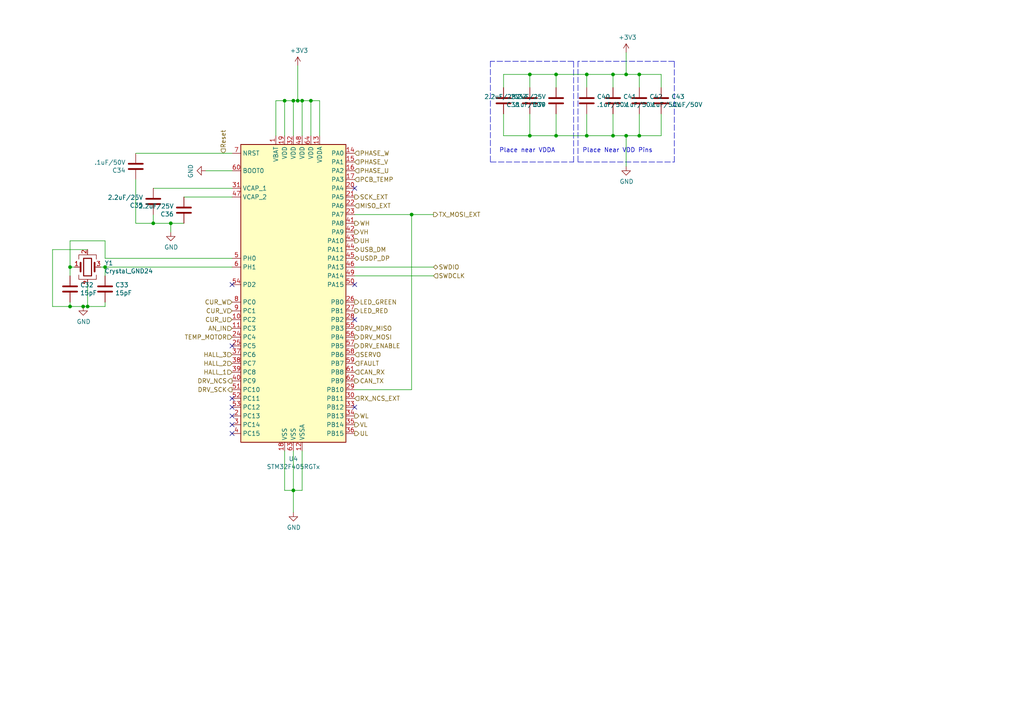
<source format=kicad_sch>
(kicad_sch (version 20211123) (generator eeschema)
  (paper "A4")
  (title_block (title "xESC BLDC Controller") (date "2021-12-01") (rev "2.0") (company "Clemens Elflein") (comment 1 "Creative Commons Attribution-NonCommercial-ShareAlike 4.0 International License.") (comment 2 "Licensed under "))
  (lib_symbols
    (symbol "Device:C" (pin_numbers hide) (pin_names (offset 0.254))
      (property "Reference" "C" (at 0.635 2.54 0))
      (property "Value" "C" (at 0.635 -2.54 0))
      (symbol "C_0_1"
        (polyline (pts (xy -2.032 -0.762) (xy 2.032 -0.762)) (stroke (width 0.508)))
        (polyline (pts (xy -2.032 0.762) (xy 2.032 0.762)) (stroke (width 0.508)))
      )
      (symbol "C_1_1"
        (pin passive line (at 0 3.81 270) (length 2.794) (name "~") (number "1"))
        (pin passive line (at 0 -3.81 90) (length 2.794) (name "~") (number "2"))
      )
    )
    (symbol "Device:Crystal_GND24" (pin_names (offset 1.016) hide)
      (property "Reference" "Y" (at 3.175 5.08 0))
      (property "Value" "Crystal_GND24" (at 3.175 3.175 0))
      (symbol "Crystal_GND24_0_1"
        (rectangle (start -1.143 2.54) (end 1.143 -2.54) (stroke (width 0.3048)))
        (polyline (pts (xy -2.54 0) (xy -2.032 0)))
        (polyline (pts (xy -2.032 -1.27) (xy -2.032 1.27)) (stroke (width 0.508)))
        (polyline (pts (xy 0 -3.81) (xy 0 -3.556)))
        (polyline (pts (xy 0 3.556) (xy 0 3.81)))
        (polyline (pts (xy 2.032 -1.27) (xy 2.032 1.27)) (stroke (width 0.508)))
        (polyline (pts (xy 2.032 0) (xy 2.54 0)))
        (polyline (pts (xy -2.54 -2.286) (xy -2.54 -3.556) (xy 2.54 -3.556) (xy 2.54 -2.286)))
        (polyline (pts (xy -2.54 2.286) (xy -2.54 3.556) (xy 2.54 3.556) (xy 2.54 2.286)))
      )
      (symbol "Crystal_GND24_1_1"
        (pin passive line (at -3.81 0 0) (length 1.27) (name "1") (number "1"))
        (pin passive line (at 0 5.08 270) (length 1.27) (name "2") (number "2"))
        (pin passive line (at 3.81 0 180) (length 1.27) (name "3") (number "3"))
        (pin passive line (at 0 -5.08 90) (length 1.27) (name "4") (number "4"))
      )
    )
    (symbol "MCU_ST_STM32F4:STM32F405RGTx"
      (property "Reference" "U" (at -15.24 44.45 0))
      (property "Value" "STM32F405RGTx" (at 10.16 44.45 0))
      (symbol "STM32F405RGTx_0_1"
        (rectangle (start -15.24 -43.18) (end 15.24 43.18) (stroke (width 0.254)) (fill (type background)))
      )
      (symbol "STM32F405RGTx_1_1"
        (pin power_in line (at -5.08 45.72 270) (length 2.54) (name "VBAT") (number "1"))
        (pin bidirectional line (at -17.78 -7.62 0) (length 2.54) (name "PC2") (number "10"))
        (pin bidirectional line (at -17.78 -10.16 0) (length 2.54) (name "PC3") (number "11"))
        (pin power_in line (at 2.54 -45.72 90) (length 2.54) (name "VSSA") (number "12"))
        (pin power_in line (at 7.62 45.72 270) (length 2.54) (name "VDDA") (number "13"))
        (pin bidirectional line (at 17.78 40.64 180) (length 2.54) (name "PA0") (number "14"))
        (pin bidirectional line (at 17.78 38.1 180) (length 2.54) (name "PA1") (number "15"))
        (pin bidirectional line (at 17.78 35.56 180) (length 2.54) (name "PA2") (number "16"))
        (pin bidirectional line (at 17.78 33.02 180) (length 2.54) (name "PA3") (number "17"))
        (pin power_in line (at -2.54 -45.72 90) (length 2.54) (name "VSS") (number "18"))
        (pin power_in line (at -2.54 45.72 270) (length 2.54) (name "VDD") (number "19"))
        (pin bidirectional line (at -17.78 -35.56 0) (length 2.54) (name "PC13") (number "2"))
        (pin bidirectional line (at 17.78 30.48 180) (length 2.54) (name "PA4") (number "20"))
        (pin bidirectional line (at 17.78 27.94 180) (length 2.54) (name "PA5") (number "21"))
        (pin bidirectional line (at 17.78 25.4 180) (length 2.54) (name "PA6") (number "22"))
        (pin bidirectional line (at 17.78 22.86 180) (length 2.54) (name "PA7") (number "23"))
        (pin bidirectional line (at -17.78 -12.7 0) (length 2.54) (name "PC4") (number "24"))
        (pin bidirectional line (at -17.78 -15.24 0) (length 2.54) (name "PC5") (number "25"))
        (pin bidirectional line (at 17.78 -2.54 180) (length 2.54) (name "PB0") (number "26"))
        (pin bidirectional line (at 17.78 -5.08 180) (length 2.54) (name "PB1") (number "27"))
        (pin bidirectional line (at 17.78 -7.62 180) (length 2.54) (name "PB2") (number "28"))
        (pin bidirectional line (at 17.78 -27.94 180) (length 2.54) (name "PB10") (number "29"))
        (pin bidirectional line (at -17.78 -38.1 0) (length 2.54) (name "PC14") (number "3"))
        (pin bidirectional line (at 17.78 -30.48 180) (length 2.54) (name "PB11") (number "30"))
        (pin power_in line (at -17.78 30.48 0) (length 2.54) (name "VCAP_1") (number "31"))
        (pin power_in line (at 0 45.72 270) (length 2.54) (name "VDD") (number "32"))
        (pin bidirectional line (at 17.78 -33.02 180) (length 2.54) (name "PB12") (number "33"))
        (pin bidirectional line (at 17.78 -35.56 180) (length 2.54) (name "PB13") (number "34"))
        (pin bidirectional line (at 17.78 -38.1 180) (length 2.54) (name "PB14") (number "35"))
        (pin bidirectional line (at 17.78 -40.64 180) (length 2.54) (name "PB15") (number "36"))
        (pin bidirectional line (at -17.78 -17.78 0) (length 2.54) (name "PC6") (number "37"))
        (pin bidirectional line (at -17.78 -20.32 0) (length 2.54) (name "PC7") (number "38"))
        (pin bidirectional line (at -17.78 -22.86 0) (length 2.54) (name "PC8") (number "39"))
        (pin bidirectional line (at -17.78 -40.64 0) (length 2.54) (name "PC15") (number "4"))
        (pin bidirectional line (at -17.78 -25.4 0) (length 2.54) (name "PC9") (number "40"))
        (pin bidirectional line (at 17.78 20.32 180) (length 2.54) (name "PA8") (number "41"))
        (pin bidirectional line (at 17.78 17.78 180) (length 2.54) (name "PA9") (number "42"))
        (pin bidirectional line (at 17.78 15.24 180) (length 2.54) (name "PA10") (number "43"))
        (pin bidirectional line (at 17.78 12.7 180) (length 2.54) (name "PA11") (number "44"))
        (pin bidirectional line (at 17.78 10.16 180) (length 2.54) (name "PA12") (number "45"))
        (pin bidirectional line (at 17.78 7.62 180) (length 2.54) (name "PA13") (number "46"))
        (pin power_in line (at -17.78 27.94 0) (length 2.54) (name "VCAP_2") (number "47"))
        (pin power_in line (at 2.54 45.72 270) (length 2.54) (name "VDD") (number "48"))
        (pin bidirectional line (at 17.78 5.08 180) (length 2.54) (name "PA14") (number "49"))
        (pin input line (at -17.78 10.16 0) (length 2.54) (name "PH0") (number "5"))
        (pin bidirectional line (at 17.78 2.54 180) (length 2.54) (name "PA15") (number "50"))
        (pin bidirectional line (at -17.78 -27.94 0) (length 2.54) (name "PC10") (number "51"))
        (pin bidirectional line (at -17.78 -30.48 0) (length 2.54) (name "PC11") (number "52"))
        (pin bidirectional line (at -17.78 -33.02 0) (length 2.54) (name "PC12") (number "53"))
        (pin bidirectional line (at -17.78 2.54 0) (length 2.54) (name "PD2") (number "54"))
        (pin bidirectional line (at 17.78 -10.16 180) (length 2.54) (name "PB3") (number "55"))
        (pin bidirectional line (at 17.78 -12.7 180) (length 2.54) (name "PB4") (number "56"))
        (pin bidirectional line (at 17.78 -15.24 180) (length 2.54) (name "PB5") (number "57"))
        (pin bidirectional line (at 17.78 -17.78 180) (length 2.54) (name "PB6") (number "58"))
        (pin bidirectional line (at 17.78 -20.32 180) (length 2.54) (name "PB7") (number "59"))
        (pin input line (at -17.78 7.62 0) (length 2.54) (name "PH1") (number "6"))
        (pin input line (at -17.78 35.56 0) (length 2.54) (name "BOOT0") (number "60"))
        (pin bidirectional line (at 17.78 -22.86 180) (length 2.54) (name "PB8") (number "61"))
        (pin bidirectional line (at 17.78 -25.4 180) (length 2.54) (name "PB9") (number "62"))
        (pin power_in line (at 0 -45.72 90) (length 2.54) (name "VSS") (number "63"))
        (pin power_in line (at 5.08 45.72 270) (length 2.54) (name "VDD") (number "64"))
        (pin input line (at -17.78 40.64 0) (length 2.54) (name "NRST") (number "7"))
        (pin bidirectional line (at -17.78 -2.54 0) (length 2.54) (name "PC0") (number "8"))
        (pin bidirectional line (at -17.78 -5.08 0) (length 2.54) (name "PC1") (number "9"))
      )
    )
    (symbol "power:+3.3V" (power) (pin_names (offset 0))
      (property "Value" "+3.3V" (at 0 3.556 0))
      (symbol "+3.3V_0_1"
        (polyline (pts (xy -0.762 1.27) (xy 0 2.54)))
        (polyline (pts (xy 0 0) (xy 0 2.54)))
        (polyline (pts (xy 0 2.54) (xy 0.762 1.27)))
      )
      (symbol "+3.3V_1_1"
        (pin power_in line (at 0 0 90) (length 0) hide (name "+3V3") (number "1"))
      )
    )
    (symbol "power:GND" (power) (pin_names (offset 0))
      (property "Value" "GND" (at 0 -3.81 0))
      (symbol "GND_0_1"
        (polyline (pts (xy 0 0) (xy 0 -1.27) (xy 1.27 -1.27) (xy 0 -2.54) (xy -1.27 -1.27) (xy 0 -1.27)))
      )
      (symbol "GND_1_1"
        (pin power_in line (at 0 0 270) (length 0) hide (name "GND") (number "1"))
      )
    )
  )
  (junction (at 153.67 21.59))
  (junction (at 119.38 62.23))
  (junction (at 181.61 39.37))
  (junction (at 44.45 64.77))
  (junction (at 24.13 88.9))
  (junction (at 185.42 39.37))
  (junction (at 20.32 88.9))
  (junction (at 86.36 29.21))
  (junction (at 161.29 21.59))
  (junction (at 185.42 21.59))
  (junction (at 177.8 21.59))
  (junction (at 82.55 29.21))
  (junction (at 25.4 88.9))
  (junction (at 181.61 21.59))
  (junction (at 87.63 29.21))
  (junction (at 170.18 39.37))
  (junction (at 161.29 39.37))
  (junction (at 30.48 77.47))
  (junction (at 90.17 29.21))
  (junction (at 20.32 77.47))
  (junction (at 153.67 39.37))
  (junction (at 85.09 142.24))
  (junction (at 85.09 29.21))
  (junction (at 170.18 21.59))
  (junction (at 177.8 39.37))
  (junction (at 49.53 64.77))
  (no_connect (at 67.31 125.73))
  (no_connect (at 102.87 118.11))
  (no_connect (at 67.31 118.11))
  (no_connect (at 67.31 115.57))
  (no_connect (at 67.31 100.33))
  (no_connect (at 102.87 82.55))
  (no_connect (at 67.31 82.55))
  (no_connect (at 67.31 123.19))
  (no_connect (at 67.31 120.65))
  (no_connect (at 102.87 92.71))
  (no_connect (at 102.87 54.61))
  (wire (pts (xy 30.48 77.47) (xy 67.31 77.47)))
  (wire (pts (xy 170.18 39.37) (xy 177.8 39.37)))
  (wire (pts (xy 181.61 39.37) (xy 185.42 39.37)))
  (polyline (pts (xy 167.64 46.99) (xy 195.58 46.99)))
  (wire (pts (xy 153.67 21.59) (xy 161.29 21.59)))
  (wire (pts (xy 15.24 72.39) (xy 15.24 88.9)))
  (wire (pts (xy 85.09 142.24) (xy 87.63 142.24)))
  (wire (pts (xy 170.18 25.4) (xy 170.18 21.59)))
  (wire (pts (xy 30.48 69.85) (xy 20.32 69.85)))
  (wire (pts (xy 39.37 52.07) (xy 39.37 64.77)))
  (wire (pts (xy 30.48 77.47) (xy 30.48 80.01)))
  (wire (pts (xy 153.67 25.4) (xy 153.67 21.59)))
  (wire (pts (xy 185.42 25.4) (xy 185.42 21.59)))
  (wire (pts (xy 153.67 39.37) (xy 161.29 39.37)))
  (wire (pts (xy 25.4 72.39) (xy 15.24 72.39)))
  (wire (pts (xy 30.48 74.93) (xy 30.48 69.85)))
  (wire (pts (xy 44.45 64.77) (xy 49.53 64.77)))
  (wire (pts (xy 90.17 29.21) (xy 92.71 29.21)))
  (wire (pts (xy 59.69 49.53) (xy 67.31 49.53)))
  (wire (pts (xy 87.63 29.21) (xy 87.63 39.37)))
  (wire (pts (xy 80.01 39.37) (xy 80.01 29.21)))
  (wire (pts (xy 80.01 29.21) (xy 82.55 29.21)))
  (wire (pts (xy 25.4 82.55) (xy 25.4 88.9)))
  (polyline (pts (xy 195.58 17.78) (xy 167.64 17.78)))
  (wire (pts (xy 170.18 33.02) (xy 170.18 39.37)))
  (wire (pts (xy 39.37 64.77) (xy 44.45 64.77)))
  (wire (pts (xy 49.53 64.77) (xy 49.53 67.31)))
  (wire (pts (xy 90.17 39.37) (xy 90.17 29.21)))
  (wire (pts (xy 181.61 15.24) (xy 181.61 21.59)))
  (wire (pts (xy 30.48 88.9) (xy 25.4 88.9)))
  (wire (pts (xy 85.09 29.21) (xy 86.36 29.21)))
  (wire (pts (xy 67.31 74.93) (xy 30.48 74.93)))
  (wire (pts (xy 161.29 21.59) (xy 170.18 21.59)))
  (wire (pts (xy 20.32 69.85) (xy 20.32 77.47)))
  (polyline (pts (xy 142.24 17.78) (xy 142.24 46.99)))
  (wire (pts (xy 86.36 19.05) (xy 86.36 29.21)))
  (wire (pts (xy 102.87 113.03) (xy 119.38 113.03)))
  (polyline (pts (xy 167.64 17.78) (xy 167.64 46.99)))
  (wire (pts (xy 153.67 33.02) (xy 153.67 39.37)))
  (wire (pts (xy 185.42 39.37) (xy 191.77 39.37)))
  (wire (pts (xy 191.77 21.59) (xy 191.77 25.4)))
  (wire (pts (xy 85.09 142.24) (xy 85.09 148.59)))
  (wire (pts (xy 119.38 113.03) (xy 119.38 62.23)))
  (wire (pts (xy 161.29 33.02) (xy 161.29 39.37)))
  (polyline (pts (xy 166.37 17.78) (xy 142.24 17.78)))
  (wire (pts (xy 25.4 88.9) (xy 24.13 88.9)))
  (wire (pts (xy 29.21 77.47) (xy 30.48 77.47)))
  (wire (pts (xy 102.87 80.01) (xy 125.73 80.01)))
  (wire (pts (xy 119.38 62.23) (xy 102.87 62.23)))
  (wire (pts (xy 82.55 39.37) (xy 82.55 29.21)))
  (wire (pts (xy 146.05 25.4) (xy 146.05 21.59)))
  (wire (pts (xy 185.42 33.02) (xy 185.42 39.37)))
  (wire (pts (xy 85.09 39.37) (xy 85.09 29.21)))
  (wire (pts (xy 15.24 88.9) (xy 20.32 88.9)))
  (wire (pts (xy 181.61 21.59) (xy 185.42 21.59)))
  (wire (pts (xy 44.45 62.23) (xy 44.45 64.77)))
  (wire (pts (xy 49.53 64.77) (xy 53.34 64.77)))
  (wire (pts (xy 20.32 77.47) (xy 20.32 80.01)))
  (wire (pts (xy 161.29 25.4) (xy 161.29 21.59)))
  (wire (pts (xy 146.05 21.59) (xy 153.67 21.59)))
  (wire (pts (xy 177.8 39.37) (xy 177.8 33.02)))
  (wire (pts (xy 146.05 33.02) (xy 146.05 39.37)))
  (wire (pts (xy 82.55 130.81) (xy 82.55 142.24)))
  (wire (pts (xy 191.77 39.37) (xy 191.77 33.02)))
  (wire (pts (xy 85.09 130.81) (xy 85.09 142.24)))
  (wire (pts (xy 67.31 57.15) (xy 53.34 57.15)))
  (wire (pts (xy 87.63 29.21) (xy 90.17 29.21)))
  (wire (pts (xy 82.55 142.24) (xy 85.09 142.24)))
  (wire (pts (xy 30.48 87.63) (xy 30.48 88.9)))
  (wire (pts (xy 125.73 77.47) (xy 102.87 77.47)))
  (wire (pts (xy 177.8 25.4) (xy 177.8 21.59)))
  (wire (pts (xy 146.05 39.37) (xy 153.67 39.37)))
  (wire (pts (xy 21.59 77.47) (xy 20.32 77.47)))
  (wire (pts (xy 92.71 29.21) (xy 92.71 39.37)))
  (wire (pts (xy 185.42 21.59) (xy 191.77 21.59)))
  (wire (pts (xy 87.63 142.24) (xy 87.63 130.81)))
  (wire (pts (xy 170.18 21.59) (xy 177.8 21.59)))
  (wire (pts (xy 125.73 62.23) (xy 119.38 62.23)))
  (wire (pts (xy 161.29 39.37) (xy 170.18 39.37)))
  (polyline (pts (xy 166.37 46.99) (xy 166.37 17.78)))
  (wire (pts (xy 82.55 29.21) (xy 85.09 29.21)))
  (wire (pts (xy 67.31 44.45) (xy 39.37 44.45)))
  (polyline (pts (xy 142.24 46.99) (xy 166.37 46.99)))
  (wire (pts (xy 67.31 54.61) (xy 44.45 54.61)))
  (wire (pts (xy 181.61 39.37) (xy 181.61 48.26)))
  (wire (pts (xy 20.32 88.9) (xy 20.32 87.63)))
  (wire (pts (xy 177.8 21.59) (xy 181.61 21.59)))
  (wire (pts (xy 86.36 29.21) (xy 87.63 29.21)))
  (polyline (pts (xy 195.58 46.99) (xy 195.58 17.78)))
  (wire (pts (xy 24.13 88.9) (xy 20.32 88.9)))
  (wire (pts (xy 177.8 39.37) (xy 181.61 39.37)))
  (text "Place Near VDD Pins" (at 168.91 44.45 0) (effects (font (size 1.27 1.27)) (justify left bottom)))
  (text "Place near VDDA" (at 144.78 44.45 0) (effects (font (size 1.27 1.27)) (justify left bottom)))
  (hierarchical_label "CAN_TX" (shape output) (at 102.87 110.49 0))
  (hierarchical_label "PHASE_W" (shape input) (at 102.87 44.45 0))
  (hierarchical_label "USDP_DP" (shape bidirectional) (at 102.87 74.93 0))
  (hierarchical_label "PHASE_V" (shape input) (at 102.87 46.99 0))
  (hierarchical_label "DRV_MISO" (shape input) (at 102.87 95.25 0))
  (hierarchical_label "DRV_ENABLE" (shape output) (at 102.87 100.33 0))
  (hierarchical_label "SERVO" (shape input) (at 102.87 102.87 0))
  (hierarchical_label "CAN_RX" (shape input) (at 102.87 107.95 0))
  (hierarchical_label "TEMP_MOTOR" (shape input) (at 67.31 97.79 180))
  (hierarchical_label "UL" (shape output) (at 102.87 125.73 0))
  (hierarchical_label "RX_NCS_EXT" (shape input) (at 102.87 115.57 0))
  (hierarchical_label "CUR_V" (shape input) (at 67.31 90.17 180))
  (hierarchical_label "VH" (shape output) (at 102.87 67.31 0))
  (hierarchical_label "SWDCLK" (shape input) (at 125.73 80.01 0))
  (hierarchical_label "WH" (shape output) (at 102.87 64.77 0))
  (hierarchical_label "AN_IN" (shape input) (at 67.31 95.25 180))
  (hierarchical_label "CUR_U" (shape input) (at 67.31 92.71 180))
  (hierarchical_label "PCB_TEMP" (shape input) (at 102.87 52.07 0))
  (hierarchical_label "DRV_NCS" (shape output) (at 67.31 110.49 180))
  (hierarchical_label "FAULT" (shape input) (at 102.87 105.41 0))
  (hierarchical_label "DRV_SCK" (shape output) (at 67.31 113.03 180))
  (hierarchical_label "HALL_1" (shape input) (at 67.31 107.95 180))
  (hierarchical_label "SCK_EXT" (shape output) (at 102.87 57.15 0))
  (hierarchical_label "USB_DM" (shape bidirectional) (at 102.87 72.39 0))
  (hierarchical_label "TX_MOSI_EXT" (shape output) (at 125.73 62.23 0))
  (hierarchical_label "DRV_MOSI" (shape output) (at 102.87 97.79 0))
  (hierarchical_label "Reset" (shape input) (at 64.77 44.45 90))
  (hierarchical_label "SWDIO" (shape bidirectional) (at 125.73 77.47 0))
  (hierarchical_label "CUR_W" (shape input) (at 67.31 87.63 180))
  (hierarchical_label "MISO_EXT" (shape input) (at 102.87 59.69 0))
  (hierarchical_label "UH" (shape output) (at 102.87 69.85 0))
  (hierarchical_label "WL" (shape output) (at 102.87 120.65 0))
  (hierarchical_label "LED_RED" (shape output) (at 102.87 90.17 0))
  (hierarchical_label "HALL_2" (shape input) (at 67.31 105.41 180))
  (hierarchical_label "VL" (shape output) (at 102.87 123.19 0))
  (hierarchical_label "LED_GREEN" (shape output) (at 102.87 87.63 0))
  (hierarchical_label "HALL_3" (shape input) (at 67.31 102.87 180))
  (hierarchical_label "PHASE_U" (shape input) (at 102.87 49.53 0))
  (symbol (lib_id "Device:C") (at 53.34 60.96 180) (unit 1)
    (property "Reference" "C36" (at 50.419 62.1284 0) (effects (justify left)))
    (property "Value" "2.2uF/25V" (at 50.419 59.817 0) (effects (justify left)))
    (property "Footprint" "Capacitor_SMD:C_0805_2012Metric" (effects hide))
    (property "Digikey" "490-14467-1-ND" (effects hide))
    (property "Part Number" "GRM21BR71E225KE11L" (effects hide))
    (property "Stock_PN" "C-805-2.2uF-25V-" (effects hide))
  )
  (symbol (lib_id "Device:C") (at 170.18 29.21 0) (unit 1)
    (property "Reference" "C40" (at 173.101 28.0416 0) (effects (justify left)))
    (property "Value" ".1uF/50V" (at 173.101 30.353 0) (effects (justify left)))
    (property "Footprint" "Capacitor_SMD:C_0603_1608Metric" (effects hide))
    (property "Digikey" "1276-1935-1-ND" (effects hide))
    (property "Part Number" "CL10B104KC8NNNC" (effects hide))
    (property "Stock_PN" "C-603-.1uF-100V-X7R" (effects hide))
  )
  (symbol (lib_id "Device:C") (at 177.8 29.21 0) (unit 1)
    (property "Reference" "C41" (at 180.721 28.0416 0) (effects (justify left)))
    (property "Value" ".1uF/50V" (at 180.721 30.353 0) (effects (justify left)))
    (property "Footprint" "Capacitor_SMD:C_0603_1608Metric" (effects hide))
    (property "Digikey" "1276-1935-1-ND" (effects hide))
    (property "Part Number" "CL10B104KC8NNNC" (effects hide))
    (property "Stock_PN" "C-603-.1uF-100V-X7R" (effects hide))
  )
  (symbol (lib_id "Device:C") (at 185.42 29.21 0) (unit 1)
    (property "Reference" "C42" (at 188.341 28.0416 0) (effects (justify left)))
    (property "Value" ".1uF/50V" (at 188.341 30.353 0) (effects (justify left)))
    (property "Footprint" "Capacitor_SMD:C_0603_1608Metric" (effects hide))
    (property "Digikey" "1276-1935-1-ND" (effects hide))
    (property "Part Number" "CL10B104KC8NNNC" (effects hide))
    (property "Stock_PN" "C-603-.1uF-100V-X7R" (effects hide))
  )
  (symbol (lib_id "Device:C") (at 191.77 29.21 0) (unit 1)
    (property "Reference" "C43" (at 194.691 28.0416 0) (effects (justify left)))
    (property "Value" ".1uF/50V" (at 194.691 30.353 0) (effects (justify left)))
    (property "Footprint" "Capacitor_SMD:C_0603_1608Metric" (effects hide))
    (property "Digikey" "1276-1935-1-ND" (effects hide))
    (property "Part Number" "CL10B104KC8NNNC" (effects hide))
    (property "Stock_PN" "C-603-.1uF-100V-X7R" (effects hide))
  )
  (symbol (lib_id "power:+3.3V") (at 181.61 15.24 0) (unit 1)
    (property "Reference" "#PWR0128" (effects hide))
    (property "Value" "+3.3V" (at 181.991 10.8458 0))
  )
  (symbol (lib_id "power:GND") (at 181.61 48.26 0) (unit 1)
    (property "Reference" "#PWR0129" (effects hide))
    (property "Value" "GND" (at 181.737 52.6542 0))
  )
  (symbol (lib_id "Device:C") (at 44.45 58.42 180) (unit 1)
    (property "Reference" "C35" (at 41.529 59.5884 0) (effects (justify left)))
    (property "Value" "2.2uF/25V" (at 41.529 57.277 0) (effects (justify left)))
    (property "Footprint" "Capacitor_SMD:C_0805_2012Metric" (effects hide))
    (property "Digikey" "490-14467-1-ND" (effects hide))
    (property "Part Number" "GRM21BR71E225KE11L" (effects hide))
    (property "Stock_PN" "C-805-2.2uF-25V-" (effects hide))
  )
  (symbol (lib_id "power:GND") (at 49.53 67.31 0) (unit 1)
    (property "Reference" "#PWR0130" (effects hide))
    (property "Value" "GND" (at 49.657 71.7042 0))
  )
  (symbol (lib_id "Device:C") (at 161.29 29.21 180) (unit 1)
    (property "Reference" "C39" (at 158.369 30.3784 0) (effects (justify left)))
    (property "Value" "2.2uF/25V" (at 158.369 28.067 0) (effects (justify left)))
    (property "Footprint" "Capacitor_SMD:C_0805_2012Metric" (effects hide))
    (property "Digikey" "490-14467-1-ND" (effects hide))
    (property "Part Number" "GRM21BR71E225KE11L" (effects hide))
    (property "Stock_PN" "C-805-2.2uF-25V-" (effects hide))
  )
  (symbol (lib_id "Device:C") (at 153.67 29.21 180) (unit 1)
    (property "Reference" "C38" (at 150.749 30.3784 0) (effects (justify left)))
    (property "Value" "2.2uF/25V" (at 150.749 28.067 0) (effects (justify left)))
    (property "Footprint" "Capacitor_SMD:C_0805_2012Metric" (effects hide))
    (property "Digikey" "490-14467-1-ND" (effects hide))
    (property "Part Number" "GRM21BR71E225KE11L" (effects hide))
    (property "Stock_PN" "C-805-2.2uF-25V-" (effects hide))
  )
  (symbol (lib_id "Device:C") (at 146.05 29.21 0) (unit 1)
    (property "Reference" "C37" (at 148.971 28.0416 0) (effects (justify left)))
    (property "Value" ".1uF/50V" (at 148.971 30.353 0) (effects (justify left)))
    (property "Footprint" "Capacitor_SMD:C_0603_1608Metric" (effects hide))
    (property "Digikey" "1276-1935-1-ND" (effects hide))
    (property "Part Number" "CL10B104KC8NNNC" (effects hide))
    (property "Stock_PN" "C-603-.1uF-100V-X7R" (effects hide))
  )
  (symbol (lib_id "Device:C") (at 39.37 48.26 180) (unit 1)
    (property "Reference" "C34" (at 36.449 49.4284 0) (effects (justify left)))
    (property "Value" ".1uF/50V" (at 36.449 47.117 0) (effects (justify left)))
    (property "Footprint" "Capacitor_SMD:C_0603_1608Metric" (effects hide))
    (property "Digikey" "1276-1935-1-ND" (effects hide))
    (property "Part Number" "CL10B104KC8NNNC" (effects hide))
    (property "Stock_PN" "C-603-.1uF-100V-X7R" (effects hide))
  )
  (symbol (lib_id "Device:C") (at 20.32 83.82 0) (unit 1)
    (property "Reference" "C32" (at 23.241 82.6516 0) (effects (justify left)))
    (property "Value" "15pF" (at 23.241 84.963 0) (effects (justify left)))
    (property "Footprint" "Capacitor_SMD:C_0603_1608Metric" (effects hide))
    (property "Digikey" "490-1331-1-ND" (effects hide))
    (property "Part Number" "GRM1885C2A150JA01D" (effects hide))
    (property "Stock_PN" "C-603-15pF-100V-COG" (effects hide))
  )
  (symbol (lib_id "Device:C") (at 30.48 83.82 0) (unit 1)
    (property "Reference" "C33" (at 33.401 82.6516 0) (effects (justify left)))
    (property "Value" "15pF" (at 33.401 84.963 0) (effects (justify left)))
    (property "Footprint" "Capacitor_SMD:C_0603_1608Metric" (effects hide))
    (property "Digikey" "490-1331-1-ND" (effects hide))
    (property "Part Number" "GRM1885C2A150JA01D" (effects hide))
    (property "Stock_PN" "C-603-15pF-100V-COG" (effects hide))
  )
  (symbol (lib_id "power:GND") (at 24.13 88.9 0) (unit 1)
    (property "Reference" "#PWR0131" (effects hide))
    (property "Value" "GND" (at 24.257 93.2942 0))
  )
  (symbol (lib_id "power:GND") (at 85.09 148.59 0) (unit 1)
    (property "Reference" "#PWR0123" (effects hide))
    (property "Value" "GND" (at 85.217 152.9842 0))
  )
  (symbol (lib_id "power:+3.3V") (at 86.36 19.05 0) (unit 1)
    (property "Reference" "#PWR0124" (effects hide))
    (property "Value" "+3.3V" (at 86.741 14.6558 0))
  )
  (symbol (lib_id "power:GND") (at 59.69 49.53 270) (unit 1)
    (property "Reference" "#PWR0132" (effects hide))
    (property "Value" "GND" (at 55.2958 49.657 0))
  )
  (symbol (lib_id "MCU_ST_STM32F4:STM32F405RGTx") (at 85.09 85.09 0) (unit 1)
    (property "Reference" "U4" (at 85.09 133.0706 0))
    (property "Value" "STM32F405RGTx" (at 85.09 135.382 0))
    (property "Footprint" "Package_QFP:LQFP-64_10x10mm_P0.5mm" (effects hide))
    (property "Datasheet" "http://www.st.com/st-web-ui/static/active/en/resource/technical/document/datasheet/DM00037051.pdf" (effects hide))
    (property "Part Number" "STM32F405RGTx" (effects hide))
    (property "LCSC" "C15742 " (effects hide))
    (property "Stock_PN" "U-STM32F405RGTx" (effects hide))
  )
  (symbol (lib_id "Device:Crystal_GND24") (at 25.4 77.47 0) (unit 1)
    (property "Reference" "Y1" (at 30.3276 76.3016 0) (effects (justify left)))
    (property "Value" "Crystal_GND24" (at 30.3276 78.613 0) (effects (justify left)))
    (property "Footprint" "Crystal:Crystal_SMD_3225-4Pin_3.2x2.5mm" (effects hide))
    (property "Digikey" "50-ECS-80-12-33-JGN-CT-ND" (effects hide))
    (property "Part Number" "ECS-80-12-33-JGN-TR" (effects hide))
    (property "Stock_PN" "Y-4-SMD-8MhHz" (effects hide))
  )
)
</source>
